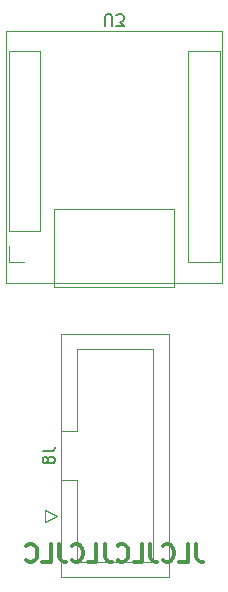
<source format=gbo>
G04 #@! TF.GenerationSoftware,KiCad,Pcbnew,7.0.1.1-36-gbcf78dbe24-dirty-deb11*
G04 #@! TF.CreationDate,2023-04-07T07:36:52+00:00*
G04 #@! TF.ProjectId,RP2040-VCO,52503230-3430-42d5-9643-4f2e6b696361,rev?*
G04 #@! TF.SameCoordinates,Original*
G04 #@! TF.FileFunction,Legend,Bot*
G04 #@! TF.FilePolarity,Positive*
%FSLAX46Y46*%
G04 Gerber Fmt 4.6, Leading zero omitted, Abs format (unit mm)*
G04 Created by KiCad (PCBNEW 7.0.1.1-36-gbcf78dbe24-dirty-deb11) date 2023-04-07 07:36:52*
%MOMM*%
%LPD*%
G01*
G04 APERTURE LIST*
%ADD10C,0.300000*%
%ADD11C,0.150000*%
%ADD12C,0.120000*%
%ADD13C,3.200000*%
%ADD14R,1.700000X1.700000*%
%ADD15O,1.700000X1.700000*%
%ADD16C,1.700000*%
G04 APERTURE END LIST*
D10*
X68428571Y-143293928D02*
X68428571Y-144365357D01*
X68428571Y-144365357D02*
X68500000Y-144579642D01*
X68500000Y-144579642D02*
X68642857Y-144722500D01*
X68642857Y-144722500D02*
X68857143Y-144793928D01*
X68857143Y-144793928D02*
X69000000Y-144793928D01*
X67000000Y-144793928D02*
X67714286Y-144793928D01*
X67714286Y-144793928D02*
X67714286Y-143293928D01*
X65642857Y-144651071D02*
X65714285Y-144722500D01*
X65714285Y-144722500D02*
X65928571Y-144793928D01*
X65928571Y-144793928D02*
X66071428Y-144793928D01*
X66071428Y-144793928D02*
X66285714Y-144722500D01*
X66285714Y-144722500D02*
X66428571Y-144579642D01*
X66428571Y-144579642D02*
X66500000Y-144436785D01*
X66500000Y-144436785D02*
X66571428Y-144151071D01*
X66571428Y-144151071D02*
X66571428Y-143936785D01*
X66571428Y-143936785D02*
X66500000Y-143651071D01*
X66500000Y-143651071D02*
X66428571Y-143508214D01*
X66428571Y-143508214D02*
X66285714Y-143365357D01*
X66285714Y-143365357D02*
X66071428Y-143293928D01*
X66071428Y-143293928D02*
X65928571Y-143293928D01*
X65928571Y-143293928D02*
X65714285Y-143365357D01*
X65714285Y-143365357D02*
X65642857Y-143436785D01*
X64571428Y-143293928D02*
X64571428Y-144365357D01*
X64571428Y-144365357D02*
X64642857Y-144579642D01*
X64642857Y-144579642D02*
X64785714Y-144722500D01*
X64785714Y-144722500D02*
X65000000Y-144793928D01*
X65000000Y-144793928D02*
X65142857Y-144793928D01*
X63142857Y-144793928D02*
X63857143Y-144793928D01*
X63857143Y-144793928D02*
X63857143Y-143293928D01*
X61785714Y-144651071D02*
X61857142Y-144722500D01*
X61857142Y-144722500D02*
X62071428Y-144793928D01*
X62071428Y-144793928D02*
X62214285Y-144793928D01*
X62214285Y-144793928D02*
X62428571Y-144722500D01*
X62428571Y-144722500D02*
X62571428Y-144579642D01*
X62571428Y-144579642D02*
X62642857Y-144436785D01*
X62642857Y-144436785D02*
X62714285Y-144151071D01*
X62714285Y-144151071D02*
X62714285Y-143936785D01*
X62714285Y-143936785D02*
X62642857Y-143651071D01*
X62642857Y-143651071D02*
X62571428Y-143508214D01*
X62571428Y-143508214D02*
X62428571Y-143365357D01*
X62428571Y-143365357D02*
X62214285Y-143293928D01*
X62214285Y-143293928D02*
X62071428Y-143293928D01*
X62071428Y-143293928D02*
X61857142Y-143365357D01*
X61857142Y-143365357D02*
X61785714Y-143436785D01*
X60714285Y-143293928D02*
X60714285Y-144365357D01*
X60714285Y-144365357D02*
X60785714Y-144579642D01*
X60785714Y-144579642D02*
X60928571Y-144722500D01*
X60928571Y-144722500D02*
X61142857Y-144793928D01*
X61142857Y-144793928D02*
X61285714Y-144793928D01*
X59285714Y-144793928D02*
X60000000Y-144793928D01*
X60000000Y-144793928D02*
X60000000Y-143293928D01*
X57928571Y-144651071D02*
X57999999Y-144722500D01*
X57999999Y-144722500D02*
X58214285Y-144793928D01*
X58214285Y-144793928D02*
X58357142Y-144793928D01*
X58357142Y-144793928D02*
X58571428Y-144722500D01*
X58571428Y-144722500D02*
X58714285Y-144579642D01*
X58714285Y-144579642D02*
X58785714Y-144436785D01*
X58785714Y-144436785D02*
X58857142Y-144151071D01*
X58857142Y-144151071D02*
X58857142Y-143936785D01*
X58857142Y-143936785D02*
X58785714Y-143651071D01*
X58785714Y-143651071D02*
X58714285Y-143508214D01*
X58714285Y-143508214D02*
X58571428Y-143365357D01*
X58571428Y-143365357D02*
X58357142Y-143293928D01*
X58357142Y-143293928D02*
X58214285Y-143293928D01*
X58214285Y-143293928D02*
X57999999Y-143365357D01*
X57999999Y-143365357D02*
X57928571Y-143436785D01*
X56857142Y-143293928D02*
X56857142Y-144365357D01*
X56857142Y-144365357D02*
X56928571Y-144579642D01*
X56928571Y-144579642D02*
X57071428Y-144722500D01*
X57071428Y-144722500D02*
X57285714Y-144793928D01*
X57285714Y-144793928D02*
X57428571Y-144793928D01*
X55428571Y-144793928D02*
X56142857Y-144793928D01*
X56142857Y-144793928D02*
X56142857Y-143293928D01*
X54071428Y-144651071D02*
X54142856Y-144722500D01*
X54142856Y-144722500D02*
X54357142Y-144793928D01*
X54357142Y-144793928D02*
X54499999Y-144793928D01*
X54499999Y-144793928D02*
X54714285Y-144722500D01*
X54714285Y-144722500D02*
X54857142Y-144579642D01*
X54857142Y-144579642D02*
X54928571Y-144436785D01*
X54928571Y-144436785D02*
X54999999Y-144151071D01*
X54999999Y-144151071D02*
X54999999Y-143936785D01*
X54999999Y-143936785D02*
X54928571Y-143651071D01*
X54928571Y-143651071D02*
X54857142Y-143508214D01*
X54857142Y-143508214D02*
X54714285Y-143365357D01*
X54714285Y-143365357D02*
X54499999Y-143293928D01*
X54499999Y-143293928D02*
X54357142Y-143293928D01*
X54357142Y-143293928D02*
X54142856Y-143365357D01*
X54142856Y-143365357D02*
X54071428Y-143436785D01*
D11*
X55462619Y-135446666D02*
X56176904Y-135446666D01*
X56176904Y-135446666D02*
X56319761Y-135399047D01*
X56319761Y-135399047D02*
X56415000Y-135303809D01*
X56415000Y-135303809D02*
X56462619Y-135160952D01*
X56462619Y-135160952D02*
X56462619Y-135065714D01*
X55891190Y-136065714D02*
X55843571Y-135970476D01*
X55843571Y-135970476D02*
X55795952Y-135922857D01*
X55795952Y-135922857D02*
X55700714Y-135875238D01*
X55700714Y-135875238D02*
X55653095Y-135875238D01*
X55653095Y-135875238D02*
X55557857Y-135922857D01*
X55557857Y-135922857D02*
X55510238Y-135970476D01*
X55510238Y-135970476D02*
X55462619Y-136065714D01*
X55462619Y-136065714D02*
X55462619Y-136256190D01*
X55462619Y-136256190D02*
X55510238Y-136351428D01*
X55510238Y-136351428D02*
X55557857Y-136399047D01*
X55557857Y-136399047D02*
X55653095Y-136446666D01*
X55653095Y-136446666D02*
X55700714Y-136446666D01*
X55700714Y-136446666D02*
X55795952Y-136399047D01*
X55795952Y-136399047D02*
X55843571Y-136351428D01*
X55843571Y-136351428D02*
X55891190Y-136256190D01*
X55891190Y-136256190D02*
X55891190Y-136065714D01*
X55891190Y-136065714D02*
X55938809Y-135970476D01*
X55938809Y-135970476D02*
X55986428Y-135922857D01*
X55986428Y-135922857D02*
X56081666Y-135875238D01*
X56081666Y-135875238D02*
X56272142Y-135875238D01*
X56272142Y-135875238D02*
X56367380Y-135922857D01*
X56367380Y-135922857D02*
X56415000Y-135970476D01*
X56415000Y-135970476D02*
X56462619Y-136065714D01*
X56462619Y-136065714D02*
X56462619Y-136256190D01*
X56462619Y-136256190D02*
X56415000Y-136351428D01*
X56415000Y-136351428D02*
X56367380Y-136399047D01*
X56367380Y-136399047D02*
X56272142Y-136446666D01*
X56272142Y-136446666D02*
X56081666Y-136446666D01*
X56081666Y-136446666D02*
X55986428Y-136399047D01*
X55986428Y-136399047D02*
X55938809Y-136351428D01*
X55938809Y-136351428D02*
X55891190Y-136256190D01*
X60738095Y-99437380D02*
X60738095Y-98627857D01*
X60738095Y-98627857D02*
X60785714Y-98532619D01*
X60785714Y-98532619D02*
X60833333Y-98485000D01*
X60833333Y-98485000D02*
X60928571Y-98437380D01*
X60928571Y-98437380D02*
X61119047Y-98437380D01*
X61119047Y-98437380D02*
X61214285Y-98485000D01*
X61214285Y-98485000D02*
X61261904Y-98532619D01*
X61261904Y-98532619D02*
X61309523Y-98627857D01*
X61309523Y-98627857D02*
X61309523Y-99437380D01*
X61690476Y-99437380D02*
X62309523Y-99437380D01*
X62309523Y-99437380D02*
X61976190Y-99056428D01*
X61976190Y-99056428D02*
X62119047Y-99056428D01*
X62119047Y-99056428D02*
X62214285Y-99008809D01*
X62214285Y-99008809D02*
X62261904Y-98961190D01*
X62261904Y-98961190D02*
X62309523Y-98865952D01*
X62309523Y-98865952D02*
X62309523Y-98627857D01*
X62309523Y-98627857D02*
X62261904Y-98532619D01*
X62261904Y-98532619D02*
X62214285Y-98485000D01*
X62214285Y-98485000D02*
X62119047Y-98437380D01*
X62119047Y-98437380D02*
X61833333Y-98437380D01*
X61833333Y-98437380D02*
X61738095Y-98485000D01*
X61738095Y-98485000D02*
X61690476Y-98532619D01*
D12*
X55620000Y-140380000D02*
X56620000Y-140880000D01*
X55620000Y-141380000D02*
X55620000Y-140380000D01*
X56620000Y-140880000D02*
X55620000Y-141380000D01*
X57010000Y-125510000D02*
X57010000Y-146090000D01*
X57010000Y-137850000D02*
X58320000Y-137850000D01*
X57010000Y-146090000D02*
X66130000Y-146090000D01*
X58320000Y-126810000D02*
X58320000Y-133750000D01*
X58320000Y-133750000D02*
X57010000Y-133750000D01*
X58320000Y-133750000D02*
X58320000Y-133750000D01*
X58320000Y-137850000D02*
X58320000Y-144790000D01*
X58320000Y-144790000D02*
X64820000Y-144790000D01*
X64820000Y-126810000D02*
X58320000Y-126810000D01*
X64820000Y-144790000D02*
X64820000Y-126810000D01*
X66130000Y-125510000D02*
X57010000Y-125510000D01*
X66130000Y-146090000D02*
X66130000Y-125510000D01*
X52570000Y-101500000D02*
X55230000Y-101500000D01*
X52570000Y-116800000D02*
X52570000Y-101500000D01*
X52570000Y-116800000D02*
X55230000Y-116800000D01*
X52570000Y-118070000D02*
X52570000Y-119400000D01*
X52570000Y-119400000D02*
X53900000Y-119400000D01*
X55230000Y-116800000D02*
X55230000Y-101500000D01*
X67770000Y-101500000D02*
X70430000Y-101500000D01*
X67770000Y-119400000D02*
X67770000Y-101500000D01*
X67770000Y-119400000D02*
X70430000Y-119400000D01*
X70430000Y-119400000D02*
X70430000Y-101500000D01*
X52356000Y-121168000D02*
X70644000Y-121168000D01*
X70644000Y-121168000D02*
X70644000Y-99832000D01*
X70644000Y-99832000D02*
X52356000Y-99832000D01*
X52356000Y-99832000D02*
X52356000Y-121168000D01*
X56420000Y-121504000D02*
X66580000Y-121504000D01*
X66580000Y-121504000D02*
X66580000Y-114900000D01*
X66580000Y-114900000D02*
X56420000Y-114900000D01*
X56420000Y-114900000D02*
X56420000Y-121504000D01*
%LPC*%
D13*
X68000000Y-96000000D03*
D14*
X69700000Y-49500000D03*
D15*
X69700000Y-52040000D03*
X69700000Y-54580000D03*
X69700000Y-57120000D03*
X69700000Y-59660000D03*
X69700000Y-62200000D03*
D14*
X53300000Y-67800000D03*
D15*
X53300000Y-70340000D03*
X53300000Y-72880000D03*
X53300000Y-75420000D03*
X53300000Y-77960000D03*
X53300000Y-80500000D03*
X53300000Y-83040000D03*
X53300000Y-85580000D03*
G36*
G01*
X59450000Y-141480000D02*
X59450000Y-140280000D01*
G75*
G02*
X59700000Y-140030000I250000J0D01*
G01*
X60900000Y-140030000D01*
G75*
G02*
X61150000Y-140280000I0J-250000D01*
G01*
X61150000Y-141480000D01*
G75*
G02*
X60900000Y-141730000I-250000J0D01*
G01*
X59700000Y-141730000D01*
G75*
G02*
X59450000Y-141480000I0J250000D01*
G01*
G37*
D16*
X62840000Y-140880000D03*
X60300000Y-138340000D03*
X62840000Y-138340000D03*
X60300000Y-135800000D03*
X62840000Y-135800000D03*
X60300000Y-133260000D03*
X62840000Y-133260000D03*
X60300000Y-130720000D03*
X62840000Y-130720000D03*
D14*
X53880000Y-118120000D03*
D16*
X53880000Y-115580000D03*
X53880000Y-113040000D03*
X53880000Y-110500000D03*
X53880000Y-107960000D03*
X53880000Y-105420000D03*
X53880000Y-102880000D03*
X69120000Y-102880000D03*
X69120000Y-105420000D03*
X69120000Y-107960000D03*
X69120000Y-110500000D03*
X69120000Y-113040000D03*
X69120000Y-115580000D03*
X69120000Y-118120000D03*
M02*

</source>
